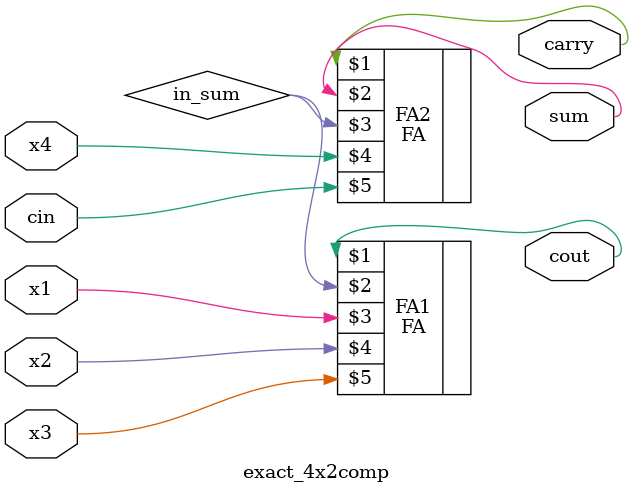
<source format=v>
module exact_4x2comp (cout, carry, sum, x1, x2, x3, x4, cin);
	input x1, x2, x3, x4, cin;
	output cout, carry, sum; // cout for next 4-2 compressor, carry for next stage
	wire in_sum;
	FA FA1(cout, in_sum, x1, x2, x3);
	FA FA2(carry, sum, in_sum, x4, cin);
endmodule 

//module exact_4x2comp (cout, carry, sum, x1, x2, x3, x4, cin, enable);
//    input x1, x2, x3, x4, cin, enable;
//    output cout, carry, sum;
//    wire in_sum;
//    
//    // Clock gating for in_sum signal
//    assign in_sum = (enable) ? x1 ^ x2 ^ x3 : 1'b0;
//    
//    // Compute FA1 and FA2 outputs only when enable is active
//    FAenable FA1(cout, in_sum, x1, x2, x3, enable);
//    FAenable FA2(carry, sum, in_sum, x4, cin, enable);
//endmodule

</source>
